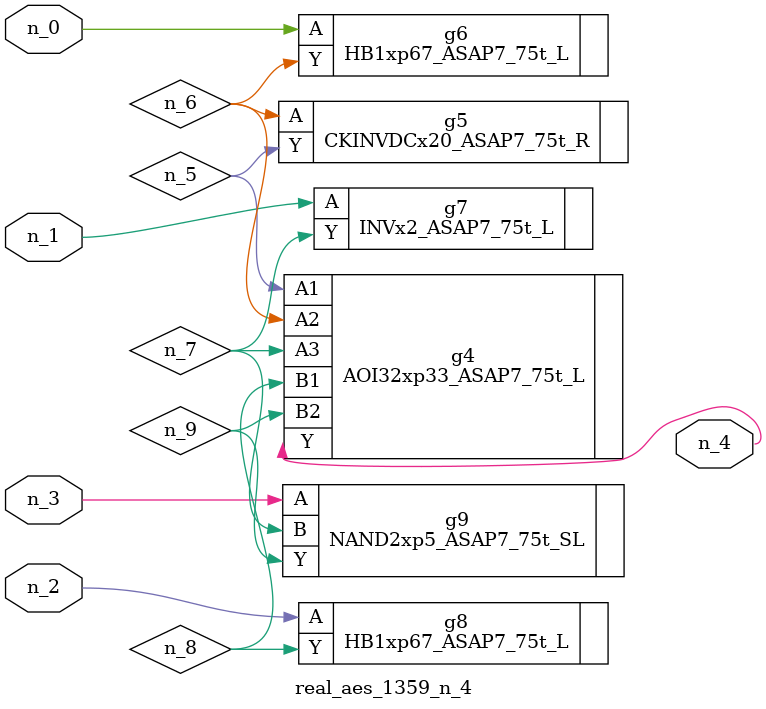
<source format=v>
module real_aes_1359_n_4 (n_0, n_3, n_2, n_1, n_4);
input n_0;
input n_3;
input n_2;
input n_1;
output n_4;
wire n_5;
wire n_7;
wire n_8;
wire n_6;
wire n_9;
HB1xp67_ASAP7_75t_L g6 ( .A(n_0), .Y(n_6) );
INVx2_ASAP7_75t_L g7 ( .A(n_1), .Y(n_7) );
HB1xp67_ASAP7_75t_L g8 ( .A(n_2), .Y(n_8) );
NAND2xp5_ASAP7_75t_SL g9 ( .A(n_3), .B(n_7), .Y(n_9) );
AOI32xp33_ASAP7_75t_L g4 ( .A1(n_5), .A2(n_6), .A3(n_7), .B1(n_8), .B2(n_9), .Y(n_4) );
CKINVDCx20_ASAP7_75t_R g5 ( .A(n_6), .Y(n_5) );
endmodule
</source>
